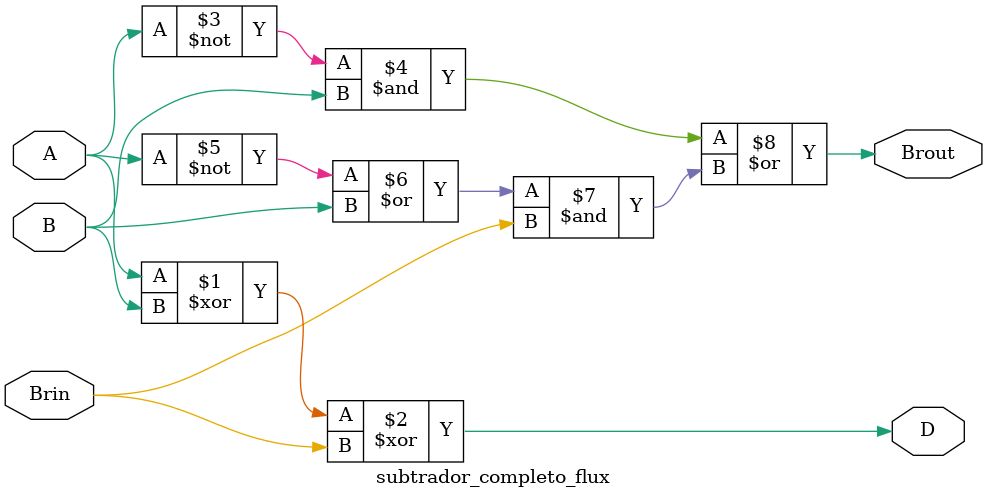
<source format=v>
module subtrador_completo_flux(
	input A,B, Brin,
	output D,Brout
	);


assign D = A^ B ^ Brin;
assign Brout = (~A & B) | ((~A | B) & Brin);

endmodule
</source>
